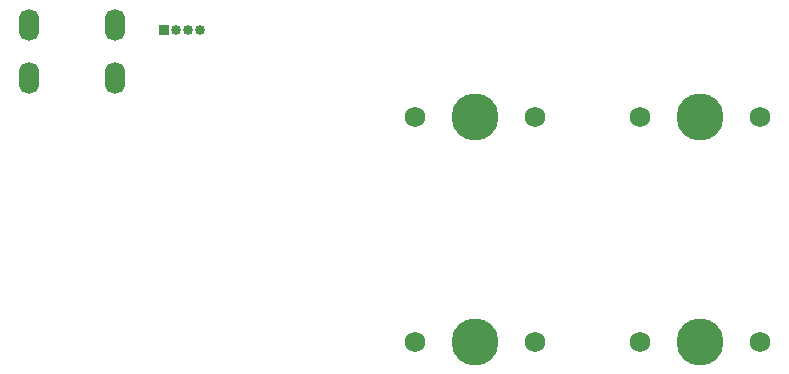
<source format=gts>
%TF.GenerationSoftware,KiCad,Pcbnew,7.0.10*%
%TF.CreationDate,2024-01-31T10:21:27-06:00*%
%TF.ProjectId,Keyboard3x3,4b657962-6f61-4726-9433-78332e6b6963,rev?*%
%TF.SameCoordinates,Original*%
%TF.FileFunction,Soldermask,Top*%
%TF.FilePolarity,Negative*%
%FSLAX46Y46*%
G04 Gerber Fmt 4.6, Leading zero omitted, Abs format (unit mm)*
G04 Created by KiCad (PCBNEW 7.0.10) date 2024-01-31 10:21:27*
%MOMM*%
%LPD*%
G01*
G04 APERTURE LIST*
%ADD10R,0.850000X0.850000*%
%ADD11O,0.850000X0.850000*%
%ADD12C,1.750000*%
%ADD13C,3.987800*%
%ADD14O,1.700000X2.700000*%
G04 APERTURE END LIST*
D10*
%TO.C,J5*%
X52460000Y-49920000D03*
D11*
X53460000Y-49920000D03*
X54460000Y-49920000D03*
X55460000Y-49920000D03*
%TD*%
D12*
%TO.C,MX3*%
X92785000Y-57225000D03*
D13*
X97865000Y-57225000D03*
D12*
X102945000Y-57225000D03*
%TD*%
%TO.C,MX1*%
X73735000Y-57225000D03*
D13*
X78815000Y-57225000D03*
D12*
X83895000Y-57225000D03*
%TD*%
%TO.C,MX2*%
X73735000Y-76275000D03*
D13*
X78815000Y-76275000D03*
D12*
X83895000Y-76275000D03*
%TD*%
%TO.C,MX4*%
X92785000Y-76275000D03*
D13*
X97865000Y-76275000D03*
D12*
X102945000Y-76275000D03*
%TD*%
D14*
%TO.C,USB1*%
X48302000Y-49450000D03*
X41002000Y-49450000D03*
X48302000Y-53950000D03*
X41002000Y-53950000D03*
%TD*%
M02*

</source>
